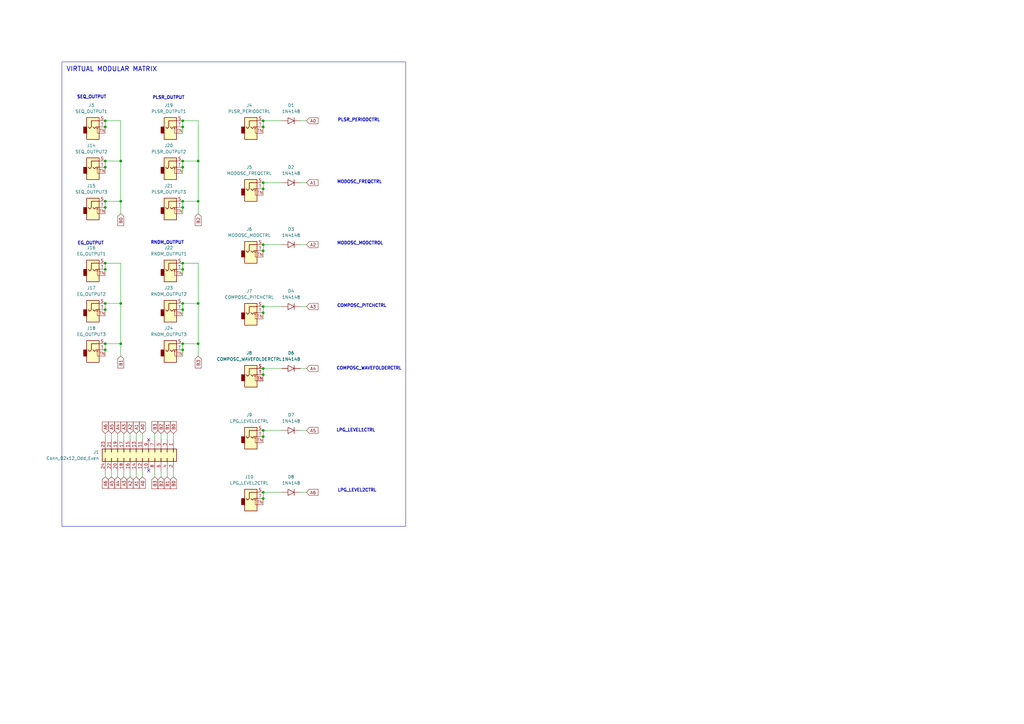
<source format=kicad_sch>
(kicad_sch (version 20250114) (generator "eeschema") (generator_version "9.0")
  (paper "A3")
  (title_block (title "WEASEL | Digital West Coast Synth") (rev "1") (company ".axs instruments"))
  (lib_symbols
    (symbol "Connector_Audio:AudioJack2_SwitchT"
      (property "Reference" "J" (at 0 8.89 0))
      (property "Value" "AudioJack2_SwitchT" (at 0 6.35 0))
      (symbol "AudioJack2_SwitchT_0_1"
        (rectangle (start -2.54 0) (end -3.81 -2.54) (stroke (width 0.254)) (fill (type outline)))
        (polyline (pts (xy 0 0) (xy 0.635 -0.635) (xy 1.27 0) (xy 2.54 0)) (stroke (width 0.254)))
        (polyline (pts (xy 1.778 -0.254) (xy 2.032 -0.762)))
        (rectangle (start 2.54 3.81) (end -2.54 -5.08) (stroke (width 0.254)) (fill (type background)))
        (polyline (pts (xy 2.54 2.54) (xy -0.635 2.54) (xy -0.635 0) (xy -1.27 -0.635) (xy -1.905 0)) (stroke (width 0.254)))
        (polyline (pts (xy 2.54 -2.54) (xy 1.778 -2.54) (xy 1.778 -0.254) (xy 1.524 -0.762)))
      )
      (symbol "AudioJack2_SwitchT_1_1"
        (pin passive line (at 5.08 2.54 180) (length 2.54) (name "~") (number "S"))
        (pin passive line (at 5.08 0 180) (length 2.54) (name "~") (number "T"))
        (pin passive line (at 5.08 -2.54 180) (length 2.54) (name "~") (number "TN"))
      )
    )
    (symbol "Connector_Generic:Conn_02x12_Odd_Even" (pin_names (offset 1.016) (hide yes))
      (property "Reference" "J" (at 1.27 15.24 0))
      (property "Value" "Conn_02x12_Odd_Even" (at 1.27 -17.78 0))
      (symbol "Conn_02x12_Odd_Even_1_1"
        (rectangle (start -1.27 13.97) (end 3.81 -16.51) (stroke (width 0.254)) (fill (type background)))
        (rectangle (start -1.27 12.827) (end 0 12.573) (stroke (width 0.1524)))
        (rectangle (start -1.27 10.287) (end 0 10.033) (stroke (width 0.1524)))
        (rectangle (start -1.27 7.747) (end 0 7.493) (stroke (width 0.1524)))
        (rectangle (start -1.27 5.207) (end 0 4.953) (stroke (width 0.1524)))
        (rectangle (start -1.27 2.667) (end 0 2.413) (stroke (width 0.1524)))
        (rectangle (start -1.27 0.127) (end 0 -0.127) (stroke (width 0.1524)))
        (rectangle (start -1.27 -2.413) (end 0 -2.667) (stroke (width 0.1524)))
        (rectangle (start -1.27 -4.953) (end 0 -5.207) (stroke (width 0.1524)))
        (rectangle (start -1.27 -7.493) (end 0 -7.747) (stroke (width 0.1524)))
        (rectangle (start -1.27 -10.033) (end 0 -10.287) (stroke (width 0.1524)))
        (rectangle (start -1.27 -12.573) (end 0 -12.827) (stroke (width 0.1524)))
        (rectangle (start -1.27 -15.113) (end 0 -15.367) (stroke (width 0.1524)))
        (rectangle (start 3.81 12.827) (end 2.54 12.573) (stroke (width 0.1524)))
        (rectangle (start 3.81 10.287) (end 2.54 10.033) (stroke (width 0.1524)))
        (rectangle (start 3.81 7.747) (end 2.54 7.493) (stroke (width 0.1524)))
        (rectangle (start 3.81 5.207) (end 2.54 4.953) (stroke (width 0.1524)))
        (rectangle (start 3.81 2.667) (end 2.54 2.413) (stroke (width 0.1524)))
        (rectangle (start 3.81 0.127) (end 2.54 -0.127) (stroke (width 0.1524)))
        (rectangle (start 3.81 -2.413) (end 2.54 -2.667) (stroke (width 0.1524)))
        (rectangle (start 3.81 -4.953) (end 2.54 -5.207) (stroke (width 0.1524)))
        (rectangle (start 3.81 -7.493) (end 2.54 -7.747) (stroke (width 0.1524)))
        (rectangle (start 3.81 -10.033) (end 2.54 -10.287) (stroke (width 0.1524)))
        (rectangle (start 3.81 -12.573) (end 2.54 -12.827) (stroke (width 0.1524)))
        (rectangle (start 3.81 -15.113) (end 2.54 -15.367) (stroke (width 0.1524)))
        (pin passive line (at -5.08 12.7 0) (length 3.81) (name "Pin_1") (number "1"))
        (pin passive line (at -5.08 10.16 0) (length 3.81) (name "Pin_3") (number "3"))
        (pin passive line (at -5.08 7.62 0) (length 3.81) (name "Pin_5") (number "5"))
        (pin passive line (at -5.08 5.08 0) (length 3.81) (name "Pin_7") (number "7"))
        (pin passive line (at -5.08 2.54 0) (length 3.81) (name "Pin_9") (number "9"))
        (pin passive line (at -5.08 0 0) (length 3.81) (name "Pin_11") (number "11"))
        (pin passive line (at -5.08 -2.54 0) (length 3.81) (name "Pin_13") (number "13"))
        (pin passive line (at -5.08 -5.08 0) (length 3.81) (name "Pin_15") (number "15"))
        (pin passive line (at -5.08 -7.62 0) (length 3.81) (name "Pin_17") (number "17"))
        (pin passive line (at -5.08 -10.16 0) (length 3.81) (name "Pin_19") (number "19"))
        (pin passive line (at -5.08 -12.7 0) (length 3.81) (name "Pin_21") (number "21"))
        (pin passive line (at -5.08 -15.24 0) (length 3.81) (name "Pin_23") (number "23"))
        (pin passive line (at 7.62 12.7 180) (length 3.81) (name "Pin_2") (number "2"))
        (pin passive line (at 7.62 10.16 180) (length 3.81) (name "Pin_4") (number "4"))
        (pin passive line (at 7.62 7.62 180) (length 3.81) (name "Pin_6") (number "6"))
        (pin passive line (at 7.62 5.08 180) (length 3.81) (name "Pin_8") (number "8"))
        (pin passive line (at 7.62 2.54 180) (length 3.81) (name "Pin_10") (number "10"))
        (pin passive line (at 7.62 0 180) (length 3.81) (name "Pin_12") (number "12"))
        (pin passive line (at 7.62 -2.54 180) (length 3.81) (name "Pin_14") (number "14"))
        (pin passive line (at 7.62 -5.08 180) (length 3.81) (name "Pin_16") (number "16"))
        (pin passive line (at 7.62 -7.62 180) (length 3.81) (name "Pin_18") (number "18"))
        (pin passive line (at 7.62 -10.16 180) (length 3.81) (name "Pin_20") (number "20"))
        (pin passive line (at 7.62 -12.7 180) (length 3.81) (name "Pin_22") (number "22"))
        (pin passive line (at 7.62 -15.24 180) (length 3.81) (name "Pin_24") (number "24"))
      )
    )
    (symbol "PCM_4ms_Diode:D_Generic" (pin_numbers (hide yes)) (pin_names (offset 1.016) (hide yes))
      (property "Reference" "D" (at 0 2.54 0))
      (property "Value" "D_Generic" (at 0 -2.54 0))
      (symbol "D_Generic_0_1"
        (polyline (pts (xy -1.27 1.27) (xy -1.27 -1.27)) (stroke (width 0.2032)))
        (polyline (pts (xy 1.27 1.27) (xy 1.27 -1.27) (xy -1.27 0) (xy 1.27 1.27)) (stroke (width 0.2032)))
      )
      (symbol "D_Generic_1_1"
        (pin passive line (at -3.81 0 0) (length 2.54) (name "K") (number "1"))
        (pin passive line (at 3.81 0 180) (length 2.54) (name "A") (number "2"))
      )
    )
  )
  (rectangle (start 25.4 25.4) (end 166.37 215.9))
  (text "EG_OUTPUT" (at 31.75 99.822 0) (effects (font (size 1.27 1.27) (thickness 0.254) (bold yes)) (justify left)))
  (text "MODOSC_FREQCTRL" (at 138.176 74.676 0) (effects (font (size 1.27 1.27) (thickness 0.254) (bold yes)) (justify left)))
  (text "PLSR_PERIODCTRL" (at 138.43 49.276 0) (effects (font (size 1.27 1.27) (thickness 0.254) (bold yes)) (justify left)))
  (text "COMPOSC_WAVEFOLDERCTRL\n" (at 137.922 151.13 0) (effects (font (size 1.27 1.27) (thickness 0.254) (bold yes)) (justify left)))
  (text "RNDM_OUTPUT" (at 61.722 99.568 0) (effects (font (size 1.27 1.27) (thickness 0.254) (bold yes)) (justify left)))
  (text "VIRTUAL MODULAR MATRIX" (at 27.178 28.448 0) (effects (font (size 1.905 1.905) (thickness 0.254) (bold yes)) (justify left)))
  (text "LPG_LEVEL1CTRL\n" (at 137.922 176.53 0) (effects (font (size 1.27 1.27) (thickness 0.254) (bold yes)) (justify left)))
  (text "LPG_LEVEL2CTRL" (at 138.43 201.168 0) (effects (font (size 1.27 1.27) (thickness 0.254) (bold yes)) (justify left)))
  (text "PLSR_OUTPUT" (at 62.484 40.132 0) (effects (font (size 1.27 1.27) (thickness 0.254) (bold yes)) (justify left)))
  (text "MODOSC_MODCTROL" (at 138.176 99.822 0) (effects (font (size 1.27 1.27) (thickness 0.254) (bold yes)) (justify left)))
  (text "SEQ_OUTPUT" (at 31.496 39.878 0) (effects (font (size 1.27 1.27) (thickness 0.254) (bold yes)) (justify left)))
  (text "COMPOSC_PITCHCTRL" (at 138.176 125.476 0) (effects (font (size 1.27 1.27) (thickness 0.254) (bold yes)) (justify left)))
  (junction (at 74.93 52.07))
  (junction (at 43.18 66.04))
  (junction (at 74.93 140.97))
  (junction (at 74.93 82.55))
  (junction (at 43.18 52.07))
  (junction (at 107.95 77.47))
  (junction (at 43.18 124.46))
  (junction (at 107.95 201.93))
  (junction (at 81.28 66.04))
  (junction (at 49.53 66.04))
  (junction (at 43.18 85.09))
  (junction (at 81.28 124.46))
  (junction (at 43.18 49.53))
  (junction (at 81.28 140.97))
  (junction (at 107.95 74.93))
  (junction (at 74.93 143.51))
  (junction (at 43.18 127))
  (junction (at 107.95 102.87))
  (junction (at 81.28 82.55))
  (junction (at 74.93 127))
  (junction (at 107.95 100.33))
  (junction (at 43.18 110.49))
  (junction (at 107.95 176.53))
  (junction (at 43.18 140.97))
  (junction (at 43.18 143.51))
  (junction (at 74.93 124.46))
  (junction (at 43.18 68.58))
  (junction (at 43.18 107.95))
  (junction (at 49.53 82.55))
  (junction (at 49.53 124.46))
  (junction (at 74.93 49.53))
  (junction (at 107.95 49.53))
  (junction (at 107.95 151.13))
  (junction (at 49.53 140.97))
  (junction (at 107.95 204.47))
  (junction (at 74.93 85.09))
  (junction (at 74.93 110.49))
  (junction (at 107.95 125.73))
  (junction (at 74.93 107.95))
  (junction (at 43.18 82.55))
  (junction (at 74.93 66.04))
  (junction (at 74.93 68.58))
  (junction (at 107.95 128.27))
  (junction (at 107.95 179.07))
  (junction (at 107.95 153.67))
  (junction (at 107.95 52.07))
  (no_connect (at 60.96 180.34))
  (no_connect (at 60.96 193.04))
  (wire (pts (xy 53.34 177.8) (xy 53.34 180.34)))
  (wire (pts (xy 123.19 74.93) (xy 125.73 74.93)))
  (wire (pts (xy 48.26 195.58) (xy 48.26 193.04)))
  (wire (pts (xy 107.95 49.53) (xy 107.95 52.07)))
  (wire (pts (xy 107.95 52.07) (xy 107.95 54.61)))
  (wire (pts (xy 74.93 68.58) (xy 74.93 71.12)))
  (wire (pts (xy 71.12 195.58) (xy 71.12 193.04)))
  (wire (pts (xy 49.53 140.97) (xy 49.53 124.46)))
  (wire (pts (xy 49.53 107.95) (xy 49.53 124.46)))
  (wire (pts (xy 43.18 82.55) (xy 43.18 85.09)))
  (wire (pts (xy 123.19 176.53) (xy 125.73 176.53)))
  (wire (pts (xy 74.93 107.95) (xy 81.28 107.95)))
  (wire (pts (xy 50.8 195.58) (xy 50.8 193.04)))
  (wire (pts (xy 45.72 195.58) (xy 45.72 193.04)))
  (wire (pts (xy 107.95 151.13) (xy 115.57 151.13)))
  (wire (pts (xy 49.53 82.55) (xy 49.53 66.04)))
  (wire (pts (xy 74.93 127) (xy 74.93 129.54)))
  (wire (pts (xy 81.28 49.53) (xy 81.28 66.04)))
  (wire (pts (xy 43.18 107.95) (xy 43.18 110.49)))
  (wire (pts (xy 107.95 102.87) (xy 107.95 105.41)))
  (wire (pts (xy 63.5 177.8) (xy 63.5 180.34)))
  (wire (pts (xy 43.18 127) (xy 43.18 129.54)))
  (wire (pts (xy 43.18 82.55) (xy 49.53 82.55)))
  (wire (pts (xy 49.53 66.04) (xy 43.18 66.04)))
  (wire (pts (xy 74.93 52.07) (xy 74.93 54.61)))
  (wire (pts (xy 43.18 85.09) (xy 43.18 87.63)))
  (wire (pts (xy 123.19 151.13) (xy 125.73 151.13)))
  (wire (pts (xy 58.42 195.58) (xy 58.42 193.04)))
  (wire (pts (xy 123.19 49.53) (xy 125.73 49.53)))
  (wire (pts (xy 107.95 49.53) (xy 115.57 49.53)))
  (wire (pts (xy 53.34 195.58) (xy 53.34 193.04)))
  (wire (pts (xy 74.93 49.53) (xy 74.93 52.07)))
  (wire (pts (xy 123.19 100.33) (xy 125.73 100.33)))
  (wire (pts (xy 43.18 49.53) (xy 43.18 52.07)))
  (wire (pts (xy 81.28 82.55) (xy 81.28 87.63)))
  (wire (pts (xy 81.28 140.97) (xy 81.28 146.05)))
  (wire (pts (xy 49.53 82.55) (xy 49.53 87.63)))
  (wire (pts (xy 107.95 204.47) (xy 107.95 207.01)))
  (wire (pts (xy 48.26 177.8) (xy 48.26 180.34)))
  (wire (pts (xy 107.95 125.73) (xy 115.57 125.73)))
  (wire (pts (xy 55.88 177.8) (xy 55.88 180.34)))
  (wire (pts (xy 74.93 110.49) (xy 74.93 113.03)))
  (wire (pts (xy 107.95 125.73) (xy 107.95 128.27)))
  (wire (pts (xy 45.72 177.8) (xy 45.72 180.34)))
  (wire (pts (xy 74.93 140.97) (xy 74.93 143.51)))
  (wire (pts (xy 107.95 201.93) (xy 107.95 204.47)))
  (wire (pts (xy 66.04 195.58) (xy 66.04 193.04)))
  (wire (pts (xy 43.18 140.97) (xy 43.18 143.51)))
  (wire (pts (xy 63.5 195.58) (xy 63.5 193.04)))
  (wire (pts (xy 43.18 124.46) (xy 43.18 127)))
  (wire (pts (xy 43.18 68.58) (xy 43.18 71.12)))
  (wire (pts (xy 81.28 107.95) (xy 81.28 124.46)))
  (wire (pts (xy 49.53 124.46) (xy 43.18 124.46)))
  (wire (pts (xy 58.42 177.8) (xy 58.42 180.34)))
  (wire (pts (xy 123.19 201.93) (xy 125.73 201.93)))
  (wire (pts (xy 66.04 177.8) (xy 66.04 180.34)))
  (wire (pts (xy 74.93 85.09) (xy 74.93 87.63)))
  (wire (pts (xy 74.93 49.53) (xy 81.28 49.53)))
  (wire (pts (xy 123.19 125.73) (xy 125.73 125.73)))
  (wire (pts (xy 50.8 177.8) (xy 50.8 180.34)))
  (wire (pts (xy 68.58 195.58) (xy 68.58 193.04)))
  (wire (pts (xy 81.28 140.97) (xy 81.28 124.46)))
  (wire (pts (xy 107.95 176.53) (xy 115.57 176.53)))
  (wire (pts (xy 107.95 201.93) (xy 115.57 201.93)))
  (wire (pts (xy 107.95 128.27) (xy 107.95 130.81)))
  (wire (pts (xy 74.93 107.95) (xy 74.93 110.49)))
  (wire (pts (xy 81.28 66.04) (xy 74.93 66.04)))
  (wire (pts (xy 43.18 140.97) (xy 49.53 140.97)))
  (wire (pts (xy 107.95 100.33) (xy 107.95 102.87)))
  (wire (pts (xy 68.58 177.8) (xy 68.58 180.34)))
  (wire (pts (xy 81.28 82.55) (xy 81.28 66.04)))
  (wire (pts (xy 74.93 140.97) (xy 81.28 140.97)))
  (wire (pts (xy 107.95 153.67) (xy 107.95 156.21)))
  (wire (pts (xy 107.95 77.47) (xy 107.95 80.01)))
  (wire (pts (xy 49.53 140.97) (xy 49.53 146.05)))
  (wire (pts (xy 49.53 49.53) (xy 49.53 66.04)))
  (wire (pts (xy 43.18 177.8) (xy 43.18 180.34)))
  (wire (pts (xy 81.28 124.46) (xy 74.93 124.46)))
  (wire (pts (xy 55.88 195.58) (xy 55.88 193.04)))
  (wire (pts (xy 43.18 52.07) (xy 43.18 54.61)))
  (wire (pts (xy 107.95 74.93) (xy 107.95 77.47)))
  (wire (pts (xy 74.93 143.51) (xy 74.93 146.05)))
  (wire (pts (xy 71.12 177.8) (xy 71.12 180.34)))
  (wire (pts (xy 74.93 82.55) (xy 81.28 82.55)))
  (wire (pts (xy 43.18 110.49) (xy 43.18 113.03)))
  (wire (pts (xy 107.95 179.07) (xy 107.95 181.61)))
  (wire (pts (xy 74.93 124.46) (xy 74.93 127)))
  (wire (pts (xy 107.95 74.93) (xy 115.57 74.93)))
  (wire (pts (xy 43.18 66.04) (xy 43.18 68.58)))
  (wire (pts (xy 43.18 107.95) (xy 49.53 107.95)))
  (wire (pts (xy 107.95 176.53) (xy 107.95 179.07)))
  (wire (pts (xy 43.18 195.58) (xy 43.18 193.04)))
  (wire (pts (xy 43.18 143.51) (xy 43.18 146.05)))
  (wire (pts (xy 74.93 82.55) (xy 74.93 85.09)))
  (wire (pts (xy 107.95 151.13) (xy 107.95 153.67)))
  (wire (pts (xy 74.93 66.04) (xy 74.93 68.58)))
  (wire (pts (xy 43.18 49.53) (xy 49.53 49.53)))
  (wire (pts (xy 107.95 100.33) (xy 115.57 100.33)))
  (global_label "A5" (shape input) (at 45.72 195.58 270) (property "Intersheetrefs" "${INTERSHEET_REFS}" (effects (hide yes))))
  (global_label "A3" (shape input) (at 50.8 195.58 270) (property "Intersheetrefs" "${INTERSHEET_REFS}" (effects (hide yes))))
  (global_label "B1" (shape input) (at 68.58 177.8 90) (property "Intersheetrefs" "${INTERSHEET_REFS}" (effects (hide yes))))
  (global_label "B3" (shape input) (at 81.28 146.05 270) (property "Intersheetrefs" "${INTERSHEET_REFS}" (effects (hide yes))))
  (global_label "B1" (shape input) (at 68.58 195.58 270) (property "Intersheetrefs" "${INTERSHEET_REFS}" (effects (hide yes))))
  (global_label "B0" (shape input) (at 71.12 195.58 270) (property "Intersheetrefs" "${INTERSHEET_REFS}" (effects (hide yes))))
  (global_label "A3" (shape input) (at 125.73 125.73 0) (property "Intersheetrefs" "${INTERSHEET_REFS}" (effects (hide yes))))
  (global_label "B2" (shape input) (at 81.28 87.63 270) (property "Intersheetrefs" "${INTERSHEET_REFS}" (effects (hide yes))))
  (global_label "A0" (shape input) (at 125.73 49.53 0) (property "Intersheetrefs" "${INTERSHEET_REFS}" (effects (hide yes))))
  (global_label "B2" (shape input) (at 66.04 177.8 90) (property "Intersheetrefs" "${INTERSHEET_REFS}" (effects (hide yes))))
  (global_label "B1" (shape input) (at 49.53 146.05 270) (property "Intersheetrefs" "${INTERSHEET_REFS}" (effects (hide yes))))
  (global_label "A4" (shape input) (at 48.26 195.58 270) (property "Intersheetrefs" "${INTERSHEET_REFS}" (effects (hide yes))))
  (global_label "A2" (shape input) (at 125.73 100.33 0) (property "Intersheetrefs" "${INTERSHEET_REFS}" (effects (hide yes))))
  (global_label "A5" (shape input) (at 125.73 176.53 0) (property "Intersheetrefs" "${INTERSHEET_REFS}" (effects (hide yes))))
  (global_label "A4" (shape input) (at 48.26 177.8 90) (property "Intersheetrefs" "${INTERSHEET_REFS}" (effects (hide yes))))
  (global_label "B3" (shape input) (at 63.5 177.8 90) (property "Intersheetrefs" "${INTERSHEET_REFS}" (effects (hide yes))))
  (global_label "A0" (shape input) (at 58.42 195.58 270) (property "Intersheetrefs" "${INTERSHEET_REFS}" (effects (hide yes))))
  (global_label "A2" (shape input) (at 53.34 177.8 90) (property "Intersheetrefs" "${INTERSHEET_REFS}" (effects (hide yes))))
  (global_label "A6" (shape input) (at 43.18 177.8 90) (property "Intersheetrefs" "${INTERSHEET_REFS}" (effects (hide yes))))
  (global_label "A1" (shape input) (at 125.73 74.93 0) (property "Intersheetrefs" "${INTERSHEET_REFS}" (effects (hide yes))))
  (global_label "A6" (shape input) (at 43.18 195.58 270) (property "Intersheetrefs" "${INTERSHEET_REFS}" (effects (hide yes))))
  (global_label "A4" (shape input) (at 125.73 151.13 0) (property "Intersheetrefs" "${INTERSHEET_REFS}" (effects (hide yes))))
  (global_label "A6" (shape input) (at 125.73 201.93 0) (property "Intersheetrefs" "${INTERSHEET_REFS}" (effects (hide yes))))
  (global_label "B0" (shape input) (at 71.12 177.8 90) (property "Intersheetrefs" "${INTERSHEET_REFS}" (effects (hide yes))))
  (global_label "B2" (shape input) (at 66.04 195.58 270) (property "Intersheetrefs" "${INTERSHEET_REFS}" (effects (hide yes))))
  (global_label "A1" (shape input) (at 55.88 195.58 270) (property "Intersheetrefs" "${INTERSHEET_REFS}" (effects (hide yes))))
  (global_label "A3" (shape input) (at 50.8 177.8 90) (property "Intersheetrefs" "${INTERSHEET_REFS}" (effects (hide yes))))
  (global_label "A0" (shape input) (at 58.42 177.8 90) (property "Intersheetrefs" "${INTERSHEET_REFS}" (effects (hide yes))))
  (global_label "A2" (shape input) (at 53.34 195.58 270) (property "Intersheetrefs" "${INTERSHEET_REFS}" (effects (hide yes))))
  (global_label "B3" (shape input) (at 63.5 195.58 270) (property "Intersheetrefs" "${INTERSHEET_REFS}" (effects (hide yes))))
  (global_label "A5" (shape input) (at 45.72 177.8 90) (property "Intersheetrefs" "${INTERSHEET_REFS}" (effects (hide yes))))
  (global_label "A1" (shape input) (at 55.88 177.8 90) (property "Intersheetrefs" "${INTERSHEET_REFS}" (effects (hide yes))))
  (global_label "B0" (shape input) (at 49.53 87.63 270) (property "Intersheetrefs" "${INTERSHEET_REFS}" (effects (hide yes))))
  (symbol (lib_id "Connector_Audio:AudioJack2_SwitchT") (at 69.85 52.07 0) (unit 1)
    (property "Reference" "J19" (at 69.215 43.18 0))
    (property "Value" "PLSR_OUTPUT1" (at 69.215 45.72 0))
    (property "Footprint" "Connector_Audio:Jack_3.5mm_QingPu_WQP-PJ398SM_Vertical_CircularHoles" (effects (hide yes)))
    (property "Description" "Audio Jack, 2 Poles (Mono / TS), Switched T Pole (Normalling)" (effects (hide yes)))
  )
  (symbol (lib_id "Connector_Audio:AudioJack2_SwitchT") (at 38.1 68.58 0) (unit 1)
    (property "Reference" "J14" (at 37.465 59.69 0))
    (property "Value" "SEQ_OUTPUT2" (at 37.465 62.23 0))
    (property "Footprint" "Connector_Audio:Jack_3.5mm_QingPu_WQP-PJ398SM_Vertical_CircularHoles" (effects (hide yes)))
    (property "Description" "Audio Jack, 2 Poles (Mono / TS), Switched T Pole (Normalling)" (effects (hide yes)))
  )
  (symbol (lib_id "Connector_Audio:AudioJack2_SwitchT") (at 69.85 85.09 0) (unit 1)
    (property "Reference" "J21" (at 69.215 76.2 0))
    (property "Value" "PLSR_OUTPUT3" (at 69.215 78.74 0))
    (property "Footprint" "Connector_Audio:Jack_3.5mm_QingPu_WQP-PJ398SM_Vertical_CircularHoles" (effects (hide yes)))
    (property "Description" "Audio Jack, 2 Poles (Mono / TS), Switched T Pole (Normalling)" (effects (hide yes)))
  )
  (symbol (lib_id "Connector_Audio:AudioJack2_SwitchT") (at 38.1 127 0) (unit 1)
    (property "Reference" "J17" (at 37.465 118.11 0))
    (property "Value" "EG_OUTPUT2" (at 37.465 120.65 0))
    (property "Footprint" "Connector_Audio:Jack_3.5mm_QingPu_WQP-PJ398SM_Vertical_CircularHoles" (effects (hide yes)))
    (property "Description" "Audio Jack, 2 Poles (Mono / TS), Switched T Pole (Normalling)" (effects (hide yes)))
  )
  (symbol (lib_id "Connector_Audio:AudioJack2_SwitchT") (at 38.1 143.51 0) (unit 1)
    (property "Reference" "J18" (at 37.465 134.62 0))
    (property "Value" "EG_OUTPUT3" (at 37.465 137.16 0))
    (property "Footprint" "Connector_Audio:Jack_3.5mm_QingPu_WQP-PJ398SM_Vertical_CircularHoles" (effects (hide yes)))
    (property "Description" "Audio Jack, 2 Poles (Mono / TS), Switched T Pole (Normalling)" (effects (hide yes)))
  )
  (symbol (lib_id "Connector_Audio:AudioJack2_SwitchT") (at 69.85 127 0) (unit 1)
    (property "Reference" "J23" (at 69.215 118.11 0))
    (property "Value" "RNDM_OUTPUT2" (at 69.215 120.65 0))
    (property "Footprint" "Connector_Audio:Jack_3.5mm_QingPu_WQP-PJ398SM_Vertical_CircularHoles" (effects (hide yes)))
    (property "Description" "Audio Jack, 2 Poles (Mono / TS), Switched T Pole (Normalling)" (effects (hide yes)))
  )
  (symbol (lib_id "Connector_Audio:AudioJack2_SwitchT") (at 38.1 110.49 0) (unit 1)
    (property "Reference" "J16" (at 37.465 101.6 0))
    (property "Value" "EG_OUTPUT1" (at 37.465 104.14 0))
    (property "Footprint" "Connector_Audio:Jack_3.5mm_QingPu_WQP-PJ398SM_Vertical_CircularHoles" (effects (hide yes)))
    (property "Description" "Audio Jack, 2 Poles (Mono / TS), Switched T Pole (Normalling)" (effects (hide yes)))
  )
  (symbol (lib_id "PCM_4ms_Diode:D_Generic") (at 119.38 74.93 180) (unit 1)
    (property "Reference" "D2" (at 119.38 68.58 0))
    (property "Value" "1N4148" (at 119.38 71.12 0))
    (property "Footprint" "DIYSynthMNL:D_4148_BigPads" (effects (hide yes)))
    (property "Description" "Diode" (effects (hide yes)))
  )
  (symbol (lib_id "Connector_Audio:AudioJack2_SwitchT") (at 102.87 128.27 0) (unit 1)
    (property "Reference" "J7" (at 102.235 119.38 0))
    (property "Value" "COMPOSC_PITCHCTRL" (at 102.235 121.92 0))
    (property "Footprint" "Connector_Audio:Jack_3.5mm_QingPu_WQP-PJ398SM_Vertical_CircularHoles" (effects (hide yes)))
    (property "Description" "Audio Jack, 2 Poles (Mono / TS), Switched T Pole (Normalling)" (effects (hide yes)))
  )
  (symbol (lib_id "PCM_4ms_Diode:D_Generic") (at 119.38 151.13 180) (unit 1)
    (property "Reference" "D6" (at 119.38 144.78 0))
    (property "Value" "1N4148" (at 119.38 147.32 0))
    (property "Footprint" "DIYSynthMNL:D_4148_BigPads" (effects (hide yes)))
    (property "Description" "Diode" (effects (hide yes)))
  )
  (symbol (lib_id "Connector_Generic:Conn_02x12_Odd_Even") (at 58.42 185.42 270) (unit 1)
    (property "Reference" "J1" (at 40.64 185.4199 90) (effects (justify right)))
    (property "Value" "Conn_02x12_Odd_Even" (at 40.64 187.9599 90) (effects (justify right)))
    (property "Footprint" "Connector_PinHeader_2.54mm:PinHeader_2x12_P2.54mm_Vertical" (effects (hide yes)))
    (property "Description" "Generic connector, double row, 02x12, odd/even pin numbering scheme (row 1 odd numbers, row 2 even numbers), script generated (kicad-library-utils/schlib/autogen/connector/)" (effects (hide yes)))
  )
  (symbol (lib_id "Connector_Audio:AudioJack2_SwitchT") (at 102.87 204.47 0) (unit 1)
    (property "Reference" "J10" (at 102.235 195.58 0))
    (property "Value" "LPG_LEVEL2CTRL" (at 102.235 198.12 0))
    (property "Footprint" "Connector_Audio:Jack_3.5mm_QingPu_WQP-PJ398SM_Vertical_CircularHoles" (effects (hide yes)))
    (property "Description" "Audio Jack, 2 Poles (Mono / TS), Switched T Pole (Normalling)" (effects (hide yes)))
  )
  (symbol (lib_id "PCM_4ms_Diode:D_Generic") (at 119.38 125.73 180) (unit 1)
    (property "Reference" "D4" (at 119.38 119.38 0))
    (property "Value" "1N4148" (at 119.38 121.92 0))
    (property "Footprint" "DIYSynthMNL:D_4148_BigPads" (effects (hide yes)))
    (property "Description" "Diode" (effects (hide yes)))
  )
  (symbol (lib_id "Connector_Audio:AudioJack2_SwitchT") (at 102.87 179.07 0) (unit 1)
    (property "Reference" "J9" (at 102.235 170.18 0))
    (property "Value" "LPG_LEVEL1CTRL" (at 102.235 172.72 0))
    (property "Footprint" "Connector_Audio:Jack_3.5mm_QingPu_WQP-PJ398SM_Vertical_CircularHoles" (effects (hide yes)))
    (property "Description" "Audio Jack, 2 Poles (Mono / TS), Switched T Pole (Normalling)" (effects (hide yes)))
  )
  (symbol (lib_id "Connector_Audio:AudioJack2_SwitchT") (at 69.85 68.58 0) (unit 1)
    (property "Reference" "J20" (at 69.215 59.69 0))
    (property "Value" "PLSR_OUTPUT2" (at 69.215 62.23 0))
    (property "Footprint" "Connector_Audio:Jack_3.5mm_QingPu_WQP-PJ398SM_Vertical_CircularHoles" (effects (hide yes)))
    (property "Description" "Audio Jack, 2 Poles (Mono / TS), Switched T Pole (Normalling)" (effects (hide yes)))
  )
  (symbol (lib_id "PCM_4ms_Diode:D_Generic") (at 119.38 100.33 180) (unit 1)
    (property "Reference" "D3" (at 119.38 93.98 0))
    (property "Value" "1N4148" (at 119.38 96.52 0))
    (property "Footprint" "DIYSynthMNL:D_4148_BigPads" (effects (hide yes)))
    (property "Description" "Diode" (effects (hide yes)))
  )
  (symbol (lib_id "Connector_Audio:AudioJack2_SwitchT") (at 102.87 52.07 0) (unit 1)
    (property "Reference" "J4" (at 102.235 43.18 0))
    (property "Value" "PLSR_PERIODCTRL" (at 102.235 45.72 0))
    (property "Footprint" "Connector_Audio:Jack_3.5mm_QingPu_WQP-PJ398SM_Vertical_CircularHoles" (effects (hide yes)))
    (property "Description" "Audio Jack, 2 Poles (Mono / TS), Switched T Pole (Normalling)" (effects (hide yes)))
  )
  (symbol (lib_id "Connector_Audio:AudioJack2_SwitchT") (at 69.85 110.49 0) (unit 1)
    (property "Reference" "J22" (at 69.215 101.6 0))
    (property "Value" "RNDM_OUTPUT1" (at 69.215 104.14 0))
    (property "Footprint" "Connector_Audio:Jack_3.5mm_QingPu_WQP-PJ398SM_Vertical_CircularHoles" (effects (hide yes)))
    (property "Description" "Audio Jack, 2 Poles (Mono / TS), Switched T Pole (Normalling)" (effects (hide yes)))
  )
  (symbol (lib_id "Connector_Audio:AudioJack2_SwitchT") (at 102.87 153.67 0) (unit 1)
    (property "Reference" "J8" (at 102.235 144.78 0))
    (property "Value" "COMPOSC_WAVEFOLDERCTRL" (at 102.235 147.32 0))
    (property "Footprint" "Connector_Audio:Jack_3.5mm_QingPu_WQP-PJ398SM_Vertical_CircularHoles" (effects (hide yes)))
    (property "Description" "Audio Jack, 2 Poles (Mono / TS), Switched T Pole (Normalling)" (effects (hide yes)))
  )
  (symbol (lib_id "PCM_4ms_Diode:D_Generic") (at 119.38 49.53 180) (unit 1)
    (property "Reference" "D1" (at 119.38 43.18 0))
    (property "Value" "1N4148" (at 119.38 45.72 0))
    (property "Footprint" "DIYSynthMNL:D_4148_BigPads" (effects (hide yes)))
    (property "Description" "Diode" (effects (hide yes)))
  )
  (symbol (lib_id "Connector_Audio:AudioJack2_SwitchT") (at 69.85 143.51 0) (unit 1)
    (property "Reference" "J24" (at 69.215 134.62 0))
    (property "Value" "RNDM_OUTPUT3" (at 69.215 137.16 0))
    (property "Footprint" "Connector_Audio:Jack_3.5mm_QingPu_WQP-PJ398SM_Vertical_CircularHoles" (effects (hide yes)))
    (property "Description" "Audio Jack, 2 Poles (Mono / TS), Switched T Pole (Normalling)" (effects (hide yes)))
  )
  (symbol (lib_id "Connector_Audio:AudioJack2_SwitchT") (at 102.87 77.47 0) (unit 1)
    (property "Reference" "J5" (at 102.235 68.58 0))
    (property "Value" "MODOSC_FREQCTRL" (at 102.235 71.12 0))
    (property "Footprint" "Connector_Audio:Jack_3.5mm_QingPu_WQP-PJ398SM_Vertical_CircularHoles" (effects (hide yes)))
    (property "Description" "Audio Jack, 2 Poles (Mono / TS), Switched T Pole (Normalling)" (effects (hide yes)))
  )
  (symbol (lib_id "Connector_Audio:AudioJack2_SwitchT") (at 102.87 102.87 0) (unit 1)
    (property "Reference" "J6" (at 102.235 93.98 0))
    (property "Value" "MODOSC_MODCTRL" (at 102.235 96.52 0))
    (property "Footprint" "Connector_Audio:Jack_3.5mm_QingPu_WQP-PJ398SM_Vertical_CircularHoles" (effects (hide yes)))
    (property "Description" "Audio Jack, 2 Poles (Mono / TS), Switched T Pole (Normalling)" (effects (hide yes)))
  )
  (symbol (lib_id "PCM_4ms_Diode:D_Generic") (at 119.38 176.53 180) (unit 1)
    (property "Reference" "D7" (at 119.38 170.18 0))
    (property "Value" "1N4148" (at 119.38 172.72 0))
    (property "Footprint" "DIYSynthMNL:D_4148_BigPads" (effects (hide yes)))
    (property "Description" "Diode" (effects (hide yes)))
  )
  (symbol (lib_id "Connector_Audio:AudioJack2_SwitchT") (at 38.1 52.07 0) (unit 1)
    (property "Reference" "J3" (at 37.465 43.18 0))
    (property "Value" "SEQ_OUTPUT1" (at 37.465 45.72 0))
    (property "Footprint" "Connector_Audio:Jack_3.5mm_QingPu_WQP-PJ398SM_Vertical_CircularHoles" (effects (hide yes)))
    (property "Description" "Audio Jack, 2 Poles (Mono / TS), Switched T Pole (Normalling)" (effects (hide yes)))
  )
  (symbol (lib_id "Connector_Audio:AudioJack2_SwitchT") (at 38.1 85.09 0) (unit 1)
    (property "Reference" "J15" (at 37.465 76.2 0))
    (property "Value" "SEQ_OUTPUT3" (at 37.465 78.74 0))
    (property "Footprint" "Connector_Audio:Jack_3.5mm_QingPu_WQP-PJ398SM_Vertical_CircularHoles" (effects (hide yes)))
    (property "Description" "Audio Jack, 2 Poles (Mono / TS), Switched T Pole (Normalling)" (effects (hide yes)))
  )
  (symbol (lib_id "PCM_4ms_Diode:D_Generic") (at 119.38 201.93 180) (unit 1)
    (property "Reference" "D8" (at 119.38 195.58 0))
    (property "Value" "1N4148" (at 119.38 198.12 0))
    (property "Footprint" "DIYSynthMNL:D_4148_BigPads" (effects (hide yes)))
    (property "Description" "Diode" (effects (hide yes)))
  )
)
</source>
